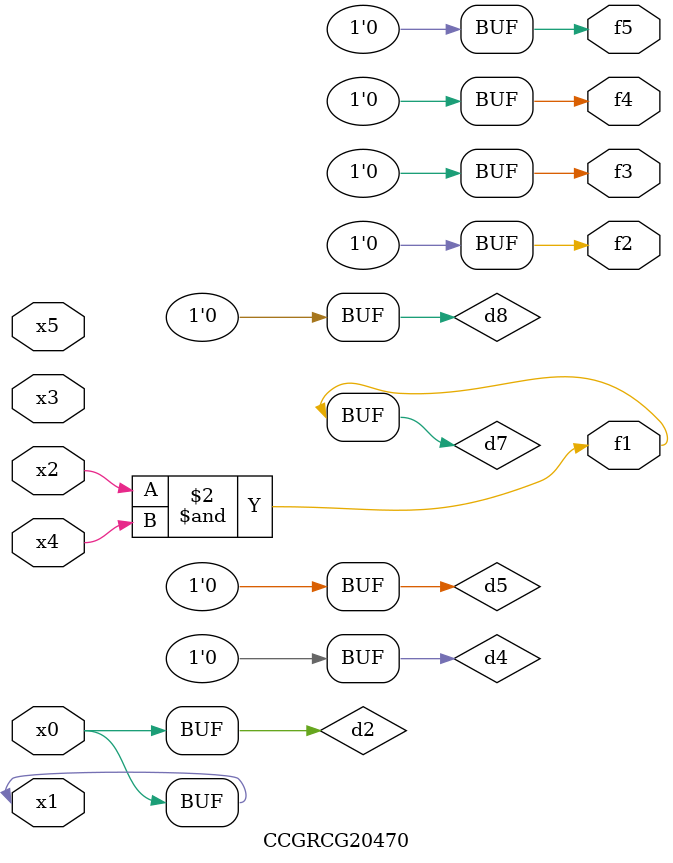
<source format=v>
module CCGRCG20470(
	input x0, x1, x2, x3, x4, x5,
	output f1, f2, f3, f4, f5
);

	wire d1, d2, d3, d4, d5, d6, d7, d8, d9;

	nand (d1, x1);
	buf (d2, x0, x1);
	nand (d3, x2, x4);
	and (d4, d1, d2);
	and (d5, d1, d2);
	nand (d6, d1, d3);
	not (d7, d3);
	xor (d8, d5);
	nor (d9, d5, d6);
	assign f1 = d7;
	assign f2 = d8;
	assign f3 = d8;
	assign f4 = d8;
	assign f5 = d8;
endmodule

</source>
